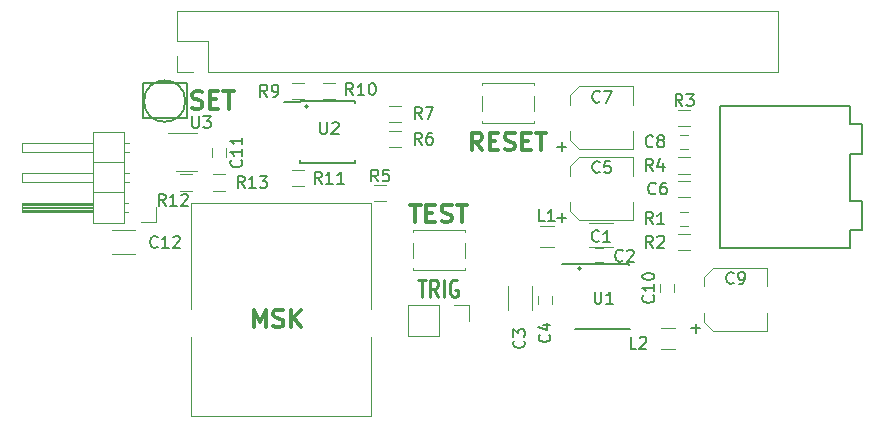
<source format=gto>
G04 #@! TF.FileFunction,Legend,Top*
%FSLAX46Y46*%
G04 Gerber Fmt 4.6, Leading zero omitted, Abs format (unit mm)*
G04 Created by KiCad (PCBNEW 4.0.7) date Fri Mar  9 15:06:21 2018*
%MOMM*%
%LPD*%
G01*
G04 APERTURE LIST*
%ADD10C,0.025400*%
%ADD11C,0.300000*%
%ADD12C,0.200000*%
%ADD13C,0.285750*%
%ADD14C,0.150000*%
%ADD15C,0.120000*%
G04 APERTURE END LIST*
D10*
D11*
X138548295Y-77693691D02*
X138548295Y-76193691D01*
X139048295Y-77265120D01*
X139548295Y-76193691D01*
X139548295Y-77693691D01*
X140191152Y-77622263D02*
X140405438Y-77693691D01*
X140762581Y-77693691D01*
X140905438Y-77622263D01*
X140976867Y-77550834D01*
X141048295Y-77407977D01*
X141048295Y-77265120D01*
X140976867Y-77122263D01*
X140905438Y-77050834D01*
X140762581Y-76979406D01*
X140476867Y-76907977D01*
X140334009Y-76836549D01*
X140262581Y-76765120D01*
X140191152Y-76622263D01*
X140191152Y-76479406D01*
X140262581Y-76336549D01*
X140334009Y-76265120D01*
X140476867Y-76193691D01*
X140834009Y-76193691D01*
X141048295Y-76265120D01*
X141691152Y-77693691D02*
X141691152Y-76193691D01*
X142548295Y-77693691D02*
X141905438Y-76836549D01*
X142548295Y-76193691D02*
X141691152Y-77050834D01*
X133334009Y-59122263D02*
X133548295Y-59193691D01*
X133905438Y-59193691D01*
X134048295Y-59122263D01*
X134119724Y-59050834D01*
X134191152Y-58907977D01*
X134191152Y-58765120D01*
X134119724Y-58622263D01*
X134048295Y-58550834D01*
X133905438Y-58479406D01*
X133619724Y-58407977D01*
X133476866Y-58336549D01*
X133405438Y-58265120D01*
X133334009Y-58122263D01*
X133334009Y-57979406D01*
X133405438Y-57836549D01*
X133476866Y-57765120D01*
X133619724Y-57693691D01*
X133976866Y-57693691D01*
X134191152Y-57765120D01*
X134834009Y-58407977D02*
X135334009Y-58407977D01*
X135548295Y-59193691D02*
X134834009Y-59193691D01*
X134834009Y-57693691D01*
X135548295Y-57693691D01*
X135976866Y-57693691D02*
X136834009Y-57693691D01*
X136405438Y-59193691D02*
X136405438Y-57693691D01*
D12*
X166262180Y-72697320D02*
G75*
G03X166262180Y-72697320I-127000J0D01*
G01*
X143148180Y-58981320D02*
G75*
G03X143148180Y-58981320I-127000J0D01*
G01*
D13*
X152455466Y-73653891D02*
X153108609Y-73653891D01*
X152782038Y-75153891D02*
X152782038Y-73653891D01*
X154142752Y-75153891D02*
X153761752Y-74439606D01*
X153489609Y-75153891D02*
X153489609Y-73653891D01*
X153925037Y-73653891D01*
X154033895Y-73725320D01*
X154088323Y-73796749D01*
X154142752Y-73939606D01*
X154142752Y-74153891D01*
X154088323Y-74296749D01*
X154033895Y-74368177D01*
X153925037Y-74439606D01*
X153489609Y-74439606D01*
X154632609Y-75153891D02*
X154632609Y-73653891D01*
X155775609Y-73725320D02*
X155666752Y-73653891D01*
X155503466Y-73653891D01*
X155340181Y-73725320D01*
X155231323Y-73868177D01*
X155176895Y-74011034D01*
X155122466Y-74296749D01*
X155122466Y-74511034D01*
X155176895Y-74796749D01*
X155231323Y-74939606D01*
X155340181Y-75082463D01*
X155503466Y-75153891D01*
X155612323Y-75153891D01*
X155775609Y-75082463D01*
X155830038Y-75011034D01*
X155830038Y-74511034D01*
X155612323Y-74511034D01*
D11*
X151804323Y-67303891D02*
X152661466Y-67303891D01*
X152232895Y-68803891D02*
X152232895Y-67303891D01*
X153161466Y-68018177D02*
X153661466Y-68018177D01*
X153875752Y-68803891D02*
X153161466Y-68803891D01*
X153161466Y-67303891D01*
X153875752Y-67303891D01*
X154447180Y-68732463D02*
X154661466Y-68803891D01*
X155018609Y-68803891D01*
X155161466Y-68732463D01*
X155232895Y-68661034D01*
X155304323Y-68518177D01*
X155304323Y-68375320D01*
X155232895Y-68232463D01*
X155161466Y-68161034D01*
X155018609Y-68089606D01*
X154732895Y-68018177D01*
X154590037Y-67946749D01*
X154518609Y-67875320D01*
X154447180Y-67732463D01*
X154447180Y-67589606D01*
X154518609Y-67446749D01*
X154590037Y-67375320D01*
X154732895Y-67303891D01*
X155090037Y-67303891D01*
X155304323Y-67375320D01*
X155732894Y-67303891D02*
X156590037Y-67303891D01*
X156161466Y-68803891D02*
X156161466Y-67303891D01*
X157860609Y-62707891D02*
X157360609Y-61993606D01*
X157003466Y-62707891D02*
X157003466Y-61207891D01*
X157574894Y-61207891D01*
X157717752Y-61279320D01*
X157789180Y-61350749D01*
X157860609Y-61493606D01*
X157860609Y-61707891D01*
X157789180Y-61850749D01*
X157717752Y-61922177D01*
X157574894Y-61993606D01*
X157003466Y-61993606D01*
X158503466Y-61922177D02*
X159003466Y-61922177D01*
X159217752Y-62707891D02*
X158503466Y-62707891D01*
X158503466Y-61207891D01*
X159217752Y-61207891D01*
X159789180Y-62636463D02*
X160003466Y-62707891D01*
X160360609Y-62707891D01*
X160503466Y-62636463D01*
X160574895Y-62565034D01*
X160646323Y-62422177D01*
X160646323Y-62279320D01*
X160574895Y-62136463D01*
X160503466Y-62065034D01*
X160360609Y-61993606D01*
X160074895Y-61922177D01*
X159932037Y-61850749D01*
X159860609Y-61779320D01*
X159789180Y-61636463D01*
X159789180Y-61493606D01*
X159860609Y-61350749D01*
X159932037Y-61279320D01*
X160074895Y-61207891D01*
X160432037Y-61207891D01*
X160646323Y-61279320D01*
X161289180Y-61922177D02*
X161789180Y-61922177D01*
X162003466Y-62707891D02*
X161289180Y-62707891D01*
X161289180Y-61207891D01*
X162003466Y-61207891D01*
X162432037Y-61207891D02*
X163289180Y-61207891D01*
X162860609Y-62707891D02*
X162860609Y-61207891D01*
D14*
X189000000Y-69500000D02*
X189500000Y-69500000D01*
X189000000Y-71000000D02*
X189000000Y-69500000D01*
X178000000Y-59000000D02*
X178000000Y-63000000D01*
X178500000Y-59000000D02*
X178000000Y-59000000D01*
X178000000Y-71000000D02*
X178500000Y-71000000D01*
X178000000Y-63000000D02*
X178000000Y-71000000D01*
X189000000Y-60500000D02*
X190000000Y-60500000D01*
X189000000Y-59000000D02*
X189000000Y-60500000D01*
X189500000Y-69500000D02*
X190000000Y-69500000D01*
X190000000Y-63000000D02*
X190000000Y-60500000D01*
X190000000Y-67000000D02*
X190000000Y-69500000D01*
X189000000Y-67000000D02*
X190000000Y-67000000D01*
X189000000Y-63000000D02*
X189000000Y-67000000D01*
X190000000Y-63000000D02*
X189000000Y-63000000D01*
X178500000Y-71000000D02*
X189000000Y-71000000D01*
X189000000Y-59000000D02*
X178500000Y-59000000D01*
D15*
X168937180Y-68883320D02*
X166937180Y-68883320D01*
X166937180Y-70923320D02*
X168937180Y-70923320D01*
X168136180Y-72154320D02*
X167436180Y-72154320D01*
X167436180Y-70954320D02*
X168136180Y-70954320D01*
X162075180Y-76237320D02*
X162075180Y-74237320D01*
X160035180Y-74237320D02*
X160035180Y-76237320D01*
X162614180Y-75714320D02*
X162614180Y-75014320D01*
X163814180Y-75014320D02*
X163814180Y-75714320D01*
X170670000Y-63310000D02*
X170670000Y-64860000D01*
X170670000Y-68640000D02*
X170670000Y-67090000D01*
X165330000Y-67880000D02*
X165330000Y-67090000D01*
X165330000Y-64070000D02*
X165330000Y-64860000D01*
X170670000Y-63310000D02*
X166090000Y-63310000D01*
X166090000Y-63310000D02*
X165330000Y-64070000D01*
X165330000Y-67880000D02*
X166090000Y-68640000D01*
X166090000Y-68640000D02*
X170670000Y-68640000D01*
X175350000Y-69100000D02*
X174650000Y-69100000D01*
X174650000Y-67900000D02*
X175350000Y-67900000D01*
X170670000Y-57310000D02*
X170670000Y-58860000D01*
X170670000Y-62640000D02*
X170670000Y-61090000D01*
X165330000Y-61880000D02*
X165330000Y-61090000D01*
X165330000Y-58070000D02*
X165330000Y-58860000D01*
X170670000Y-57310000D02*
X166090000Y-57310000D01*
X166090000Y-57310000D02*
X165330000Y-58070000D01*
X165330000Y-61880000D02*
X166090000Y-62640000D01*
X166090000Y-62640000D02*
X170670000Y-62640000D01*
X175350000Y-62600000D02*
X174650000Y-62600000D01*
X174650000Y-61400000D02*
X175350000Y-61400000D01*
X182013180Y-72674320D02*
X182013180Y-74224320D01*
X182013180Y-78004320D02*
X182013180Y-76454320D01*
X176673180Y-77244320D02*
X176673180Y-76454320D01*
X176673180Y-73434320D02*
X176673180Y-74224320D01*
X182013180Y-72674320D02*
X177433180Y-72674320D01*
X177433180Y-72674320D02*
X176673180Y-73434320D01*
X176673180Y-77244320D02*
X177433180Y-78004320D01*
X177433180Y-78004320D02*
X182013180Y-78004320D01*
X174101180Y-74010320D02*
X174101180Y-74710320D01*
X172901180Y-74710320D02*
X172901180Y-74010320D01*
X135012000Y-63248000D02*
X135012000Y-62548000D01*
X136212000Y-62548000D02*
X136212000Y-63248000D01*
X128500000Y-69480000D02*
X126500000Y-69480000D01*
X126500000Y-71520000D02*
X128500000Y-71520000D01*
X133250000Y-85220000D02*
X148490000Y-85220000D01*
X148490000Y-67190000D02*
X148480000Y-76180000D01*
X148490000Y-67190000D02*
X133250000Y-67190000D01*
X133250000Y-67190000D02*
X133250000Y-76190000D01*
X148480000Y-78520000D02*
X148490000Y-85220000D01*
X133250000Y-78510000D02*
X133250000Y-85220000D01*
X127560000Y-68870000D02*
X127560000Y-61130000D01*
X127560000Y-61130000D02*
X124900000Y-61130000D01*
X124900000Y-61130000D02*
X124900000Y-68870000D01*
X124900000Y-68870000D02*
X127560000Y-68870000D01*
X124900000Y-67920000D02*
X118900000Y-67920000D01*
X118900000Y-67920000D02*
X118900000Y-67160000D01*
X118900000Y-67160000D02*
X124900000Y-67160000D01*
X124900000Y-67860000D02*
X118900000Y-67860000D01*
X124900000Y-67740000D02*
X118900000Y-67740000D01*
X124900000Y-67620000D02*
X118900000Y-67620000D01*
X124900000Y-67500000D02*
X118900000Y-67500000D01*
X124900000Y-67380000D02*
X118900000Y-67380000D01*
X124900000Y-67260000D02*
X118900000Y-67260000D01*
X127890000Y-67920000D02*
X127560000Y-67920000D01*
X127890000Y-67160000D02*
X127560000Y-67160000D01*
X127560000Y-66270000D02*
X124900000Y-66270000D01*
X124900000Y-65380000D02*
X118900000Y-65380000D01*
X118900000Y-65380000D02*
X118900000Y-64620000D01*
X118900000Y-64620000D02*
X124900000Y-64620000D01*
X127957071Y-65380000D02*
X127560000Y-65380000D01*
X127957071Y-64620000D02*
X127560000Y-64620000D01*
X127560000Y-63730000D02*
X124900000Y-63730000D01*
X124900000Y-62840000D02*
X118900000Y-62840000D01*
X118900000Y-62840000D02*
X118900000Y-62080000D01*
X118900000Y-62080000D02*
X124900000Y-62080000D01*
X127957071Y-62840000D02*
X127560000Y-62840000D01*
X127957071Y-62080000D02*
X127560000Y-62080000D01*
X130270000Y-67540000D02*
X130270000Y-68810000D01*
X130270000Y-68810000D02*
X129000000Y-68810000D01*
X162741180Y-69150320D02*
X163941180Y-69150320D01*
X163941180Y-70910320D02*
X162741180Y-70910320D01*
X173028180Y-77786320D02*
X174228180Y-77786320D01*
X174228180Y-79546320D02*
X173028180Y-79546320D01*
X174500000Y-65320000D02*
X175500000Y-65320000D01*
X175500000Y-66680000D02*
X174500000Y-66680000D01*
X174500000Y-69820000D02*
X175500000Y-69820000D01*
X175500000Y-71180000D02*
X174500000Y-71180000D01*
X174500000Y-59320000D02*
X175500000Y-59320000D01*
X175500000Y-60680000D02*
X174500000Y-60680000D01*
X174500000Y-63320000D02*
X175500000Y-63320000D01*
X175500000Y-64680000D02*
X174500000Y-64680000D01*
X150014180Y-58936320D02*
X151014180Y-58936320D01*
X151014180Y-60296320D02*
X150014180Y-60296320D01*
X141759180Y-57031320D02*
X142759180Y-57031320D01*
X142759180Y-58391320D02*
X141759180Y-58391320D01*
X144426180Y-57031320D02*
X145426180Y-57031320D01*
X145426180Y-58391320D02*
X144426180Y-58391320D01*
X142759180Y-65757320D02*
X141759180Y-65757320D01*
X141759180Y-64397320D02*
X142759180Y-64397320D01*
X133318000Y-66118000D02*
X132318000Y-66118000D01*
X132318000Y-64758000D02*
X133318000Y-64758000D01*
X135112000Y-64758000D02*
X136112000Y-64758000D01*
X136112000Y-66118000D02*
X135112000Y-66118000D01*
D14*
X129125000Y-57000000D02*
X132875000Y-57000000D01*
X129125000Y-60000000D02*
X129125000Y-57000000D01*
X132875000Y-60000000D02*
X129125000Y-60000000D01*
X132875000Y-57000000D02*
X132875000Y-60000000D01*
X132750000Y-58550000D02*
G75*
G03X132750000Y-58550000I-1750000J0D01*
G01*
X170340180Y-72310320D02*
X170340180Y-72410320D01*
X170365180Y-77835320D02*
X170365180Y-77810320D01*
X165715180Y-77835320D02*
X165715180Y-77810320D01*
X164640180Y-72310320D02*
X170340180Y-72310320D01*
X165715180Y-77835320D02*
X170365180Y-77835320D01*
D15*
X131918000Y-64508000D02*
X133718000Y-64508000D01*
X133718000Y-61288000D02*
X131268000Y-61288000D01*
X182960000Y-56100000D02*
X182960000Y-50900000D01*
X134640000Y-56100000D02*
X182960000Y-56100000D01*
X132040000Y-50900000D02*
X182960000Y-50900000D01*
X134640000Y-56100000D02*
X134640000Y-53500000D01*
X134640000Y-53500000D02*
X132040000Y-53500000D01*
X132040000Y-53500000D02*
X132040000Y-50900000D01*
X133370000Y-56100000D02*
X132040000Y-56100000D01*
X132040000Y-56100000D02*
X132040000Y-54770000D01*
X151597180Y-75812320D02*
X151597180Y-78472320D01*
X154197180Y-75812320D02*
X151597180Y-75812320D01*
X154197180Y-78472320D02*
X151597180Y-78472320D01*
X154197180Y-75812320D02*
X154197180Y-78472320D01*
X155467180Y-75812320D02*
X156797180Y-75812320D01*
X156797180Y-75812320D02*
X156797180Y-77142320D01*
X149756180Y-67027320D02*
X148756180Y-67027320D01*
X148756180Y-65667320D02*
X149756180Y-65667320D01*
X151014180Y-62455320D02*
X150014180Y-62455320D01*
X150014180Y-61095320D02*
X151014180Y-61095320D01*
D14*
X142474180Y-58515320D02*
X142474180Y-58640320D01*
X147124180Y-58515320D02*
X147124180Y-58740320D01*
X147124180Y-63765320D02*
X147124180Y-63540320D01*
X142474180Y-63765320D02*
X142474180Y-63540320D01*
X142474180Y-58515320D02*
X147124180Y-58515320D01*
X142474180Y-63765320D02*
X147124180Y-63765320D01*
X142474180Y-58640320D02*
X141124180Y-58640320D01*
D15*
X151997180Y-72673320D02*
X151997180Y-72873320D01*
X151997180Y-70523320D02*
X151997180Y-71823320D01*
X151997180Y-69473320D02*
X151997180Y-69673320D01*
X156397180Y-69473320D02*
X151997180Y-69473320D01*
X156397180Y-69673320D02*
X156397180Y-69473320D01*
X156397180Y-71823320D02*
X156397180Y-70523320D01*
X156397180Y-72873320D02*
X156397180Y-72673320D01*
X151997180Y-72873320D02*
X156397180Y-72873320D01*
X162239180Y-57227320D02*
X162239180Y-57027320D01*
X162239180Y-59377320D02*
X162239180Y-58077320D01*
X162239180Y-60427320D02*
X162239180Y-60227320D01*
X157839180Y-60427320D02*
X162239180Y-60427320D01*
X157839180Y-60227320D02*
X157839180Y-60427320D01*
X157839180Y-58077320D02*
X157839180Y-59377320D01*
X157839180Y-57027320D02*
X157839180Y-57227320D01*
X162239180Y-57027320D02*
X157839180Y-57027320D01*
D14*
X167770514Y-70387463D02*
X167722895Y-70435082D01*
X167580038Y-70482701D01*
X167484800Y-70482701D01*
X167341942Y-70435082D01*
X167246704Y-70339844D01*
X167199085Y-70244606D01*
X167151466Y-70054130D01*
X167151466Y-69911272D01*
X167199085Y-69720796D01*
X167246704Y-69625558D01*
X167341942Y-69530320D01*
X167484800Y-69482701D01*
X167580038Y-69482701D01*
X167722895Y-69530320D01*
X167770514Y-69577939D01*
X168722895Y-70482701D02*
X168151466Y-70482701D01*
X168437180Y-70482701D02*
X168437180Y-69482701D01*
X168341942Y-69625558D01*
X168246704Y-69720796D01*
X168151466Y-69768415D01*
X169778514Y-72038463D02*
X169730895Y-72086082D01*
X169588038Y-72133701D01*
X169492800Y-72133701D01*
X169349942Y-72086082D01*
X169254704Y-71990844D01*
X169207085Y-71895606D01*
X169159466Y-71705130D01*
X169159466Y-71562272D01*
X169207085Y-71371796D01*
X169254704Y-71276558D01*
X169349942Y-71181320D01*
X169492800Y-71133701D01*
X169588038Y-71133701D01*
X169730895Y-71181320D01*
X169778514Y-71228939D01*
X170159466Y-71228939D02*
X170207085Y-71181320D01*
X170302323Y-71133701D01*
X170540419Y-71133701D01*
X170635657Y-71181320D01*
X170683276Y-71228939D01*
X170730895Y-71324177D01*
X170730895Y-71419415D01*
X170683276Y-71562272D01*
X170111847Y-72133701D01*
X170730895Y-72133701D01*
X161412323Y-78832986D02*
X161459942Y-78880605D01*
X161507561Y-79023462D01*
X161507561Y-79118700D01*
X161459942Y-79261558D01*
X161364704Y-79356796D01*
X161269466Y-79404415D01*
X161078990Y-79452034D01*
X160936132Y-79452034D01*
X160745656Y-79404415D01*
X160650418Y-79356796D01*
X160555180Y-79261558D01*
X160507561Y-79118700D01*
X160507561Y-79023462D01*
X160555180Y-78880605D01*
X160602799Y-78832986D01*
X160507561Y-78499653D02*
X160507561Y-77880605D01*
X160888513Y-78213939D01*
X160888513Y-78071081D01*
X160936132Y-77975843D01*
X160983751Y-77928224D01*
X161078990Y-77880605D01*
X161317085Y-77880605D01*
X161412323Y-77928224D01*
X161459942Y-77975843D01*
X161507561Y-78071081D01*
X161507561Y-78356796D01*
X161459942Y-78452034D01*
X161412323Y-78499653D01*
X163571323Y-78324986D02*
X163618942Y-78372605D01*
X163666561Y-78515462D01*
X163666561Y-78610700D01*
X163618942Y-78753558D01*
X163523704Y-78848796D01*
X163428466Y-78896415D01*
X163237990Y-78944034D01*
X163095132Y-78944034D01*
X162904656Y-78896415D01*
X162809418Y-78848796D01*
X162714180Y-78753558D01*
X162666561Y-78610700D01*
X162666561Y-78515462D01*
X162714180Y-78372605D01*
X162761799Y-78324986D01*
X162999894Y-77467843D02*
X163666561Y-77467843D01*
X162618942Y-77705939D02*
X163333228Y-77944034D01*
X163333228Y-77324986D01*
X167833334Y-64545463D02*
X167785715Y-64593082D01*
X167642858Y-64640701D01*
X167547620Y-64640701D01*
X167404762Y-64593082D01*
X167309524Y-64497844D01*
X167261905Y-64402606D01*
X167214286Y-64212130D01*
X167214286Y-64069272D01*
X167261905Y-63878796D01*
X167309524Y-63783558D01*
X167404762Y-63688320D01*
X167547620Y-63640701D01*
X167642858Y-63640701D01*
X167785715Y-63688320D01*
X167833334Y-63735939D01*
X168738096Y-63640701D02*
X168261905Y-63640701D01*
X168214286Y-64116891D01*
X168261905Y-64069272D01*
X168357143Y-64021653D01*
X168595239Y-64021653D01*
X168690477Y-64069272D01*
X168738096Y-64116891D01*
X168785715Y-64212130D01*
X168785715Y-64450225D01*
X168738096Y-64545463D01*
X168690477Y-64593082D01*
X168595239Y-64640701D01*
X168357143Y-64640701D01*
X168261905Y-64593082D01*
X168214286Y-64545463D01*
X164239048Y-68411429D02*
X165000953Y-68411429D01*
X164620001Y-68792381D02*
X164620001Y-68030476D01*
X172572514Y-66357143D02*
X172524895Y-66404762D01*
X172382038Y-66452381D01*
X172286800Y-66452381D01*
X172143942Y-66404762D01*
X172048704Y-66309524D01*
X172001085Y-66214286D01*
X171953466Y-66023810D01*
X171953466Y-65880952D01*
X172001085Y-65690476D01*
X172048704Y-65595238D01*
X172143942Y-65500000D01*
X172286800Y-65452381D01*
X172382038Y-65452381D01*
X172524895Y-65500000D01*
X172572514Y-65547619D01*
X173429657Y-65452381D02*
X173239180Y-65452381D01*
X173143942Y-65500000D01*
X173096323Y-65547619D01*
X173001085Y-65690476D01*
X172953466Y-65880952D01*
X172953466Y-66261905D01*
X173001085Y-66357143D01*
X173048704Y-66404762D01*
X173143942Y-66452381D01*
X173334419Y-66452381D01*
X173429657Y-66404762D01*
X173477276Y-66357143D01*
X173524895Y-66261905D01*
X173524895Y-66023810D01*
X173477276Y-65928571D01*
X173429657Y-65880952D01*
X173334419Y-65833333D01*
X173143942Y-65833333D01*
X173048704Y-65880952D01*
X173001085Y-65928571D01*
X172953466Y-66023810D01*
X167833334Y-58576463D02*
X167785715Y-58624082D01*
X167642858Y-58671701D01*
X167547620Y-58671701D01*
X167404762Y-58624082D01*
X167309524Y-58528844D01*
X167261905Y-58433606D01*
X167214286Y-58243130D01*
X167214286Y-58100272D01*
X167261905Y-57909796D01*
X167309524Y-57814558D01*
X167404762Y-57719320D01*
X167547620Y-57671701D01*
X167642858Y-57671701D01*
X167785715Y-57719320D01*
X167833334Y-57766939D01*
X168166667Y-57671701D02*
X168833334Y-57671701D01*
X168404762Y-58671701D01*
X164239048Y-62411429D02*
X165000953Y-62411429D01*
X164620001Y-62792381D02*
X164620001Y-62030476D01*
X172333334Y-62357144D02*
X172285715Y-62404763D01*
X172142858Y-62452382D01*
X172047620Y-62452382D01*
X171904762Y-62404763D01*
X171809524Y-62309525D01*
X171761905Y-62214287D01*
X171714286Y-62023811D01*
X171714286Y-61880953D01*
X171761905Y-61690477D01*
X171809524Y-61595239D01*
X171904762Y-61500001D01*
X172047620Y-61452382D01*
X172142858Y-61452382D01*
X172285715Y-61500001D01*
X172333334Y-61547620D01*
X172904762Y-61880953D02*
X172809524Y-61833334D01*
X172761905Y-61785715D01*
X172714286Y-61690477D01*
X172714286Y-61642858D01*
X172761905Y-61547620D01*
X172809524Y-61500001D01*
X172904762Y-61452382D01*
X173095239Y-61452382D01*
X173190477Y-61500001D01*
X173238096Y-61547620D01*
X173285715Y-61642858D01*
X173285715Y-61690477D01*
X173238096Y-61785715D01*
X173190477Y-61833334D01*
X173095239Y-61880953D01*
X172904762Y-61880953D01*
X172809524Y-61928572D01*
X172761905Y-61976191D01*
X172714286Y-62071430D01*
X172714286Y-62261906D01*
X172761905Y-62357144D01*
X172809524Y-62404763D01*
X172904762Y-62452382D01*
X173095239Y-62452382D01*
X173190477Y-62404763D01*
X173238096Y-62357144D01*
X173285715Y-62261906D01*
X173285715Y-62071430D01*
X173238096Y-61976191D01*
X173190477Y-61928572D01*
X173095239Y-61880953D01*
X179176514Y-73943463D02*
X179128895Y-73991082D01*
X178986038Y-74038701D01*
X178890800Y-74038701D01*
X178747942Y-73991082D01*
X178652704Y-73895844D01*
X178605085Y-73800606D01*
X178557466Y-73610130D01*
X178557466Y-73467272D01*
X178605085Y-73276796D01*
X178652704Y-73181558D01*
X178747942Y-73086320D01*
X178890800Y-73038701D01*
X178986038Y-73038701D01*
X179128895Y-73086320D01*
X179176514Y-73133939D01*
X179652704Y-74038701D02*
X179843180Y-74038701D01*
X179938419Y-73991082D01*
X179986038Y-73943463D01*
X180081276Y-73800606D01*
X180128895Y-73610130D01*
X180128895Y-73229177D01*
X180081276Y-73133939D01*
X180033657Y-73086320D01*
X179938419Y-73038701D01*
X179747942Y-73038701D01*
X179652704Y-73086320D01*
X179605085Y-73133939D01*
X179557466Y-73229177D01*
X179557466Y-73467272D01*
X179605085Y-73562510D01*
X179652704Y-73610130D01*
X179747942Y-73657749D01*
X179938419Y-73657749D01*
X180033657Y-73610130D01*
X180081276Y-73562510D01*
X180128895Y-73467272D01*
X175582228Y-77775749D02*
X176344133Y-77775749D01*
X175963181Y-78156701D02*
X175963181Y-77394796D01*
X172358323Y-75003177D02*
X172405942Y-75050796D01*
X172453561Y-75193653D01*
X172453561Y-75288891D01*
X172405942Y-75431749D01*
X172310704Y-75526987D01*
X172215466Y-75574606D01*
X172024990Y-75622225D01*
X171882132Y-75622225D01*
X171691656Y-75574606D01*
X171596418Y-75526987D01*
X171501180Y-75431749D01*
X171453561Y-75288891D01*
X171453561Y-75193653D01*
X171501180Y-75050796D01*
X171548799Y-75003177D01*
X172453561Y-74050796D02*
X172453561Y-74622225D01*
X172453561Y-74336511D02*
X171453561Y-74336511D01*
X171596418Y-74431749D01*
X171691656Y-74526987D01*
X171739275Y-74622225D01*
X171453561Y-73431749D02*
X171453561Y-73336510D01*
X171501180Y-73241272D01*
X171548799Y-73193653D01*
X171644037Y-73146034D01*
X171834513Y-73098415D01*
X172072609Y-73098415D01*
X172263085Y-73146034D01*
X172358323Y-73193653D01*
X172405942Y-73241272D01*
X172453561Y-73336510D01*
X172453561Y-73431749D01*
X172405942Y-73526987D01*
X172358323Y-73574606D01*
X172263085Y-73622225D01*
X172072609Y-73669844D01*
X171834513Y-73669844D01*
X171644037Y-73622225D01*
X171548799Y-73574606D01*
X171501180Y-73526987D01*
X171453561Y-73431749D01*
X137469143Y-63540857D02*
X137516762Y-63588476D01*
X137564381Y-63731333D01*
X137564381Y-63826571D01*
X137516762Y-63969429D01*
X137421524Y-64064667D01*
X137326286Y-64112286D01*
X137135810Y-64159905D01*
X136992952Y-64159905D01*
X136802476Y-64112286D01*
X136707238Y-64064667D01*
X136612000Y-63969429D01*
X136564381Y-63826571D01*
X136564381Y-63731333D01*
X136612000Y-63588476D01*
X136659619Y-63540857D01*
X137564381Y-62588476D02*
X137564381Y-63159905D01*
X137564381Y-62874191D02*
X136564381Y-62874191D01*
X136707238Y-62969429D01*
X136802476Y-63064667D01*
X136850095Y-63159905D01*
X137564381Y-61636095D02*
X137564381Y-62207524D01*
X137564381Y-61921810D02*
X136564381Y-61921810D01*
X136707238Y-62017048D01*
X136802476Y-62112286D01*
X136850095Y-62207524D01*
X130397143Y-70875143D02*
X130349524Y-70922762D01*
X130206667Y-70970381D01*
X130111429Y-70970381D01*
X129968571Y-70922762D01*
X129873333Y-70827524D01*
X129825714Y-70732286D01*
X129778095Y-70541810D01*
X129778095Y-70398952D01*
X129825714Y-70208476D01*
X129873333Y-70113238D01*
X129968571Y-70018000D01*
X130111429Y-69970381D01*
X130206667Y-69970381D01*
X130349524Y-70018000D01*
X130397143Y-70065619D01*
X131349524Y-70970381D02*
X130778095Y-70970381D01*
X131063809Y-70970381D02*
X131063809Y-69970381D01*
X130968571Y-70113238D01*
X130873333Y-70208476D01*
X130778095Y-70256095D01*
X131730476Y-70065619D02*
X131778095Y-70018000D01*
X131873333Y-69970381D01*
X132111429Y-69970381D01*
X132206667Y-70018000D01*
X132254286Y-70065619D01*
X132301905Y-70160857D01*
X132301905Y-70256095D01*
X132254286Y-70398952D01*
X131682857Y-70970381D01*
X132301905Y-70970381D01*
X163174514Y-68704701D02*
X162698323Y-68704701D01*
X162698323Y-67704701D01*
X164031657Y-68704701D02*
X163460228Y-68704701D01*
X163745942Y-68704701D02*
X163745942Y-67704701D01*
X163650704Y-67847558D01*
X163555466Y-67942796D01*
X163460228Y-67990415D01*
X170921514Y-79499701D02*
X170445323Y-79499701D01*
X170445323Y-78499701D01*
X171207228Y-78594939D02*
X171254847Y-78547320D01*
X171350085Y-78499701D01*
X171588181Y-78499701D01*
X171683419Y-78547320D01*
X171731038Y-78594939D01*
X171778657Y-78690177D01*
X171778657Y-78785415D01*
X171731038Y-78928272D01*
X171159609Y-79499701D01*
X171778657Y-79499701D01*
X172333334Y-68952381D02*
X172000000Y-68476190D01*
X171761905Y-68952381D02*
X171761905Y-67952381D01*
X172142858Y-67952381D01*
X172238096Y-68000000D01*
X172285715Y-68047619D01*
X172333334Y-68142857D01*
X172333334Y-68285714D01*
X172285715Y-68380952D01*
X172238096Y-68428571D01*
X172142858Y-68476190D01*
X171761905Y-68476190D01*
X173285715Y-68952381D02*
X172714286Y-68952381D01*
X173000000Y-68952381D02*
X173000000Y-67952381D01*
X172904762Y-68095238D01*
X172809524Y-68190476D01*
X172714286Y-68238095D01*
X172333334Y-70952381D02*
X172000000Y-70476190D01*
X171761905Y-70952381D02*
X171761905Y-69952381D01*
X172142858Y-69952381D01*
X172238096Y-70000000D01*
X172285715Y-70047619D01*
X172333334Y-70142857D01*
X172333334Y-70285714D01*
X172285715Y-70380952D01*
X172238096Y-70428571D01*
X172142858Y-70476190D01*
X171761905Y-70476190D01*
X172714286Y-70047619D02*
X172761905Y-70000000D01*
X172857143Y-69952381D01*
X173095239Y-69952381D01*
X173190477Y-70000000D01*
X173238096Y-70047619D01*
X173285715Y-70142857D01*
X173285715Y-70238095D01*
X173238096Y-70380952D01*
X172666667Y-70952381D01*
X173285715Y-70952381D01*
X174833334Y-58952381D02*
X174500000Y-58476190D01*
X174261905Y-58952381D02*
X174261905Y-57952381D01*
X174642858Y-57952381D01*
X174738096Y-58000000D01*
X174785715Y-58047619D01*
X174833334Y-58142857D01*
X174833334Y-58285714D01*
X174785715Y-58380952D01*
X174738096Y-58428571D01*
X174642858Y-58476190D01*
X174261905Y-58476190D01*
X175166667Y-57952381D02*
X175785715Y-57952381D01*
X175452381Y-58333333D01*
X175595239Y-58333333D01*
X175690477Y-58380952D01*
X175738096Y-58428571D01*
X175785715Y-58523810D01*
X175785715Y-58761905D01*
X175738096Y-58857143D01*
X175690477Y-58904762D01*
X175595239Y-58952381D01*
X175309524Y-58952381D01*
X175214286Y-58904762D01*
X175166667Y-58857143D01*
X172333334Y-64452381D02*
X172000000Y-63976190D01*
X171761905Y-64452381D02*
X171761905Y-63452381D01*
X172142858Y-63452381D01*
X172238096Y-63500000D01*
X172285715Y-63547619D01*
X172333334Y-63642857D01*
X172333334Y-63785714D01*
X172285715Y-63880952D01*
X172238096Y-63928571D01*
X172142858Y-63976190D01*
X171761905Y-63976190D01*
X173190477Y-63785714D02*
X173190477Y-64452381D01*
X172952381Y-63404762D02*
X172714286Y-64119048D01*
X173333334Y-64119048D01*
X152760514Y-60068701D02*
X152427180Y-59592510D01*
X152189085Y-60068701D02*
X152189085Y-59068701D01*
X152570038Y-59068701D01*
X152665276Y-59116320D01*
X152712895Y-59163939D01*
X152760514Y-59259177D01*
X152760514Y-59402034D01*
X152712895Y-59497272D01*
X152665276Y-59544891D01*
X152570038Y-59592510D01*
X152189085Y-59592510D01*
X153093847Y-59068701D02*
X153760514Y-59068701D01*
X153331942Y-60068701D01*
X139679514Y-58163701D02*
X139346180Y-57687510D01*
X139108085Y-58163701D02*
X139108085Y-57163701D01*
X139489038Y-57163701D01*
X139584276Y-57211320D01*
X139631895Y-57258939D01*
X139679514Y-57354177D01*
X139679514Y-57497034D01*
X139631895Y-57592272D01*
X139584276Y-57639891D01*
X139489038Y-57687510D01*
X139108085Y-57687510D01*
X140155704Y-58163701D02*
X140346180Y-58163701D01*
X140441419Y-58116082D01*
X140489038Y-58068463D01*
X140584276Y-57925606D01*
X140631895Y-57735130D01*
X140631895Y-57354177D01*
X140584276Y-57258939D01*
X140536657Y-57211320D01*
X140441419Y-57163701D01*
X140250942Y-57163701D01*
X140155704Y-57211320D01*
X140108085Y-57258939D01*
X140060466Y-57354177D01*
X140060466Y-57592272D01*
X140108085Y-57687510D01*
X140155704Y-57735130D01*
X140250942Y-57782749D01*
X140441419Y-57782749D01*
X140536657Y-57735130D01*
X140584276Y-57687510D01*
X140631895Y-57592272D01*
X146950323Y-58036701D02*
X146616989Y-57560510D01*
X146378894Y-58036701D02*
X146378894Y-57036701D01*
X146759847Y-57036701D01*
X146855085Y-57084320D01*
X146902704Y-57131939D01*
X146950323Y-57227177D01*
X146950323Y-57370034D01*
X146902704Y-57465272D01*
X146855085Y-57512891D01*
X146759847Y-57560510D01*
X146378894Y-57560510D01*
X147902704Y-58036701D02*
X147331275Y-58036701D01*
X147616989Y-58036701D02*
X147616989Y-57036701D01*
X147521751Y-57179558D01*
X147426513Y-57274796D01*
X147331275Y-57322415D01*
X148521751Y-57036701D02*
X148616990Y-57036701D01*
X148712228Y-57084320D01*
X148759847Y-57131939D01*
X148807466Y-57227177D01*
X148855085Y-57417653D01*
X148855085Y-57655749D01*
X148807466Y-57846225D01*
X148759847Y-57941463D01*
X148712228Y-57989082D01*
X148616990Y-58036701D01*
X148521751Y-58036701D01*
X148426513Y-57989082D01*
X148378894Y-57941463D01*
X148331275Y-57846225D01*
X148283656Y-57655749D01*
X148283656Y-57417653D01*
X148331275Y-57227177D01*
X148378894Y-57131939D01*
X148426513Y-57084320D01*
X148521751Y-57036701D01*
X144283323Y-65529701D02*
X143949989Y-65053510D01*
X143711894Y-65529701D02*
X143711894Y-64529701D01*
X144092847Y-64529701D01*
X144188085Y-64577320D01*
X144235704Y-64624939D01*
X144283323Y-64720177D01*
X144283323Y-64863034D01*
X144235704Y-64958272D01*
X144188085Y-65005891D01*
X144092847Y-65053510D01*
X143711894Y-65053510D01*
X145235704Y-65529701D02*
X144664275Y-65529701D01*
X144949989Y-65529701D02*
X144949989Y-64529701D01*
X144854751Y-64672558D01*
X144759513Y-64767796D01*
X144664275Y-64815415D01*
X146188085Y-65529701D02*
X145616656Y-65529701D01*
X145902370Y-65529701D02*
X145902370Y-64529701D01*
X145807132Y-64672558D01*
X145711894Y-64767796D01*
X145616656Y-64815415D01*
X131075323Y-67414381D02*
X130741989Y-66938190D01*
X130503894Y-67414381D02*
X130503894Y-66414381D01*
X130884847Y-66414381D01*
X130980085Y-66462000D01*
X131027704Y-66509619D01*
X131075323Y-66604857D01*
X131075323Y-66747714D01*
X131027704Y-66842952D01*
X130980085Y-66890571D01*
X130884847Y-66938190D01*
X130503894Y-66938190D01*
X132027704Y-67414381D02*
X131456275Y-67414381D01*
X131741989Y-67414381D02*
X131741989Y-66414381D01*
X131646751Y-66557238D01*
X131551513Y-66652476D01*
X131456275Y-66700095D01*
X132408656Y-66509619D02*
X132456275Y-66462000D01*
X132551513Y-66414381D01*
X132789609Y-66414381D01*
X132884847Y-66462000D01*
X132932466Y-66509619D01*
X132980085Y-66604857D01*
X132980085Y-66700095D01*
X132932466Y-66842952D01*
X132361037Y-67414381D01*
X132980085Y-67414381D01*
X137763143Y-65890381D02*
X137429809Y-65414190D01*
X137191714Y-65890381D02*
X137191714Y-64890381D01*
X137572667Y-64890381D01*
X137667905Y-64938000D01*
X137715524Y-64985619D01*
X137763143Y-65080857D01*
X137763143Y-65223714D01*
X137715524Y-65318952D01*
X137667905Y-65366571D01*
X137572667Y-65414190D01*
X137191714Y-65414190D01*
X138715524Y-65890381D02*
X138144095Y-65890381D01*
X138429809Y-65890381D02*
X138429809Y-64890381D01*
X138334571Y-65033238D01*
X138239333Y-65128476D01*
X138144095Y-65176095D01*
X139048857Y-64890381D02*
X139667905Y-64890381D01*
X139334571Y-65271333D01*
X139477429Y-65271333D01*
X139572667Y-65318952D01*
X139620286Y-65366571D01*
X139667905Y-65461810D01*
X139667905Y-65699905D01*
X139620286Y-65795143D01*
X139572667Y-65842762D01*
X139477429Y-65890381D01*
X139191714Y-65890381D01*
X139096476Y-65842762D01*
X139048857Y-65795143D01*
X167405275Y-74689701D02*
X167405275Y-75499225D01*
X167452894Y-75594463D01*
X167500513Y-75642082D01*
X167595751Y-75689701D01*
X167786228Y-75689701D01*
X167881466Y-75642082D01*
X167929085Y-75594463D01*
X167976704Y-75499225D01*
X167976704Y-74689701D01*
X168976704Y-75689701D02*
X168405275Y-75689701D01*
X168690989Y-75689701D02*
X168690989Y-74689701D01*
X168595751Y-74832558D01*
X168500513Y-74927796D01*
X168405275Y-74975415D01*
X133326095Y-59810381D02*
X133326095Y-60619905D01*
X133373714Y-60715143D01*
X133421333Y-60762762D01*
X133516571Y-60810381D01*
X133707048Y-60810381D01*
X133802286Y-60762762D01*
X133849905Y-60715143D01*
X133897524Y-60619905D01*
X133897524Y-59810381D01*
X134278476Y-59810381D02*
X134897524Y-59810381D01*
X134564190Y-60191333D01*
X134707048Y-60191333D01*
X134802286Y-60238952D01*
X134849905Y-60286571D01*
X134897524Y-60381810D01*
X134897524Y-60619905D01*
X134849905Y-60715143D01*
X134802286Y-60762762D01*
X134707048Y-60810381D01*
X134421333Y-60810381D01*
X134326095Y-60762762D01*
X134278476Y-60715143D01*
X149077514Y-65349701D02*
X148744180Y-64873510D01*
X148506085Y-65349701D02*
X148506085Y-64349701D01*
X148887038Y-64349701D01*
X148982276Y-64397320D01*
X149029895Y-64444939D01*
X149077514Y-64540177D01*
X149077514Y-64683034D01*
X149029895Y-64778272D01*
X148982276Y-64825891D01*
X148887038Y-64873510D01*
X148506085Y-64873510D01*
X149982276Y-64349701D02*
X149506085Y-64349701D01*
X149458466Y-64825891D01*
X149506085Y-64778272D01*
X149601323Y-64730653D01*
X149839419Y-64730653D01*
X149934657Y-64778272D01*
X149982276Y-64825891D01*
X150029895Y-64921130D01*
X150029895Y-65159225D01*
X149982276Y-65254463D01*
X149934657Y-65302082D01*
X149839419Y-65349701D01*
X149601323Y-65349701D01*
X149506085Y-65302082D01*
X149458466Y-65254463D01*
X152760514Y-62227701D02*
X152427180Y-61751510D01*
X152189085Y-62227701D02*
X152189085Y-61227701D01*
X152570038Y-61227701D01*
X152665276Y-61275320D01*
X152712895Y-61322939D01*
X152760514Y-61418177D01*
X152760514Y-61561034D01*
X152712895Y-61656272D01*
X152665276Y-61703891D01*
X152570038Y-61751510D01*
X152189085Y-61751510D01*
X153617657Y-61227701D02*
X153427180Y-61227701D01*
X153331942Y-61275320D01*
X153284323Y-61322939D01*
X153189085Y-61465796D01*
X153141466Y-61656272D01*
X153141466Y-62037225D01*
X153189085Y-62132463D01*
X153236704Y-62180082D01*
X153331942Y-62227701D01*
X153522419Y-62227701D01*
X153617657Y-62180082D01*
X153665276Y-62132463D01*
X153712895Y-62037225D01*
X153712895Y-61799130D01*
X153665276Y-61703891D01*
X153617657Y-61656272D01*
X153522419Y-61608653D01*
X153331942Y-61608653D01*
X153236704Y-61656272D01*
X153189085Y-61703891D01*
X153141466Y-61799130D01*
X144164275Y-60338701D02*
X144164275Y-61148225D01*
X144211894Y-61243463D01*
X144259513Y-61291082D01*
X144354751Y-61338701D01*
X144545228Y-61338701D01*
X144640466Y-61291082D01*
X144688085Y-61243463D01*
X144735704Y-61148225D01*
X144735704Y-60338701D01*
X145164275Y-60433939D02*
X145211894Y-60386320D01*
X145307132Y-60338701D01*
X145545228Y-60338701D01*
X145640466Y-60386320D01*
X145688085Y-60433939D01*
X145735704Y-60529177D01*
X145735704Y-60624415D01*
X145688085Y-60767272D01*
X145116656Y-61338701D01*
X145735704Y-61338701D01*
M02*

</source>
